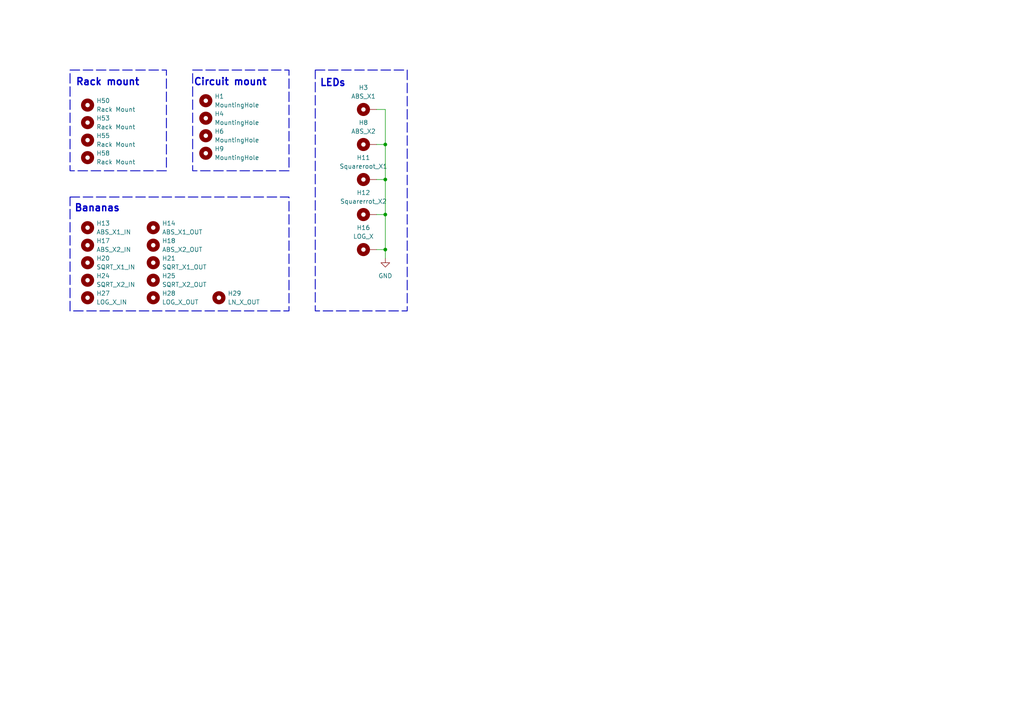
<source format=kicad_sch>
(kicad_sch (version 20231120) (generator "eeschema") (generator_version "8.0")
  (paper "A4")
  (title_block (title "Math_Module_FRONTPLATE") (date "2025-02-02") (rev "1") (company "Saal 2025"))
  (lib_symbols
    (symbol "Mechanical:MountingHole" (pin_names (offset 1.016)) (exclude_from_sim yes) (in_bom no)
      (property "Reference" "H" (at 0 5.08 0))
      (property "Value" "MountingHole" (at 0 3.175 0))
      (symbol "MountingHole_0_1"
        (circle (center 0 0) (radius 1.27) (stroke (width 1.27)))
      )
    )
    (symbol "Mechanical:MountingHole_Pad" (pin_numbers hide) (pin_names (offset 1.016) hide) (exclude_from_sim yes) (in_bom no)
      (property "Reference" "H" (at 0 6.35 0))
      (property "Value" "MountingHole_Pad" (at 0 4.445 0))
      (symbol "MountingHole_Pad_0_1"
        (circle (center 0 1.27) (radius 1.27) (stroke (width 1.27)))
      )
      (symbol "MountingHole_Pad_1_1"
        (pin input line (at 0 -2.54 90) (length 2.54) (name "1") (number "1"))
      )
    )
    (symbol "power:GND" (power) (pin_numbers hide) (pin_names (offset 0) hide)
      (property "Value" "GND" (at 0 -3.81 0))
      (symbol "GND_0_1"
        (polyline (pts (xy 0 0) (xy 0 -1.27) (xy 1.27 -1.27) (xy 0 -2.54) (xy -1.27 -1.27) (xy 0 -1.27)))
      )
      (symbol "GND_1_1"
        (pin power_in line (at 0 0 270) (length 0) (name "~") (number "1"))
      )
    )
  )
  (junction (at 111.76 72.39))
  (junction (at 111.76 62.23))
  (junction (at 111.76 52.07))
  (junction (at 111.76 41.91))
  (wire (pts (xy 111.76 72.39) (xy 111.76 74.93)))
  (wire (pts (xy 111.76 62.23) (xy 111.76 72.39)))
  (wire (pts (xy 111.76 41.91) (xy 109.22 41.91)))
  (wire (pts (xy 111.76 52.07) (xy 111.76 62.23)))
  (wire (pts (xy 111.76 62.23) (xy 109.22 62.23)))
  (wire (pts (xy 111.76 52.07) (xy 109.22 52.07)))
  (wire (pts (xy 111.76 72.39) (xy 109.22 72.39)))
  (wire (pts (xy 111.76 31.75) (xy 111.76 41.91)))
  (wire (pts (xy 111.76 41.91) (xy 111.76 52.07)))
  (wire (pts (xy 111.76 31.75) (xy 109.22 31.75)))
  (rectangle (start 91.44 20.32) (end 118.11 90.17) (stroke (width 0.254) (type dash)))
  (rectangle (start 20.32 57.15) (end 83.82 90.17) (stroke (width 0.254) (type dash)))
  (rectangle (start 55.88 20.32) (end 83.82 49.53) (stroke (width 0.254) (type dash)))
  (rectangle (start 20.32 20.32) (end 48.26 49.53) (stroke (width 0.254) (type dash)))
  (text "Rack mount" (at 31.242 23.876 0) (effects (font (size 2.032 2.032) (thickness 0.4064) (bold yes))))
  (text "Circuit mount" (at 66.802 23.876 0) (effects (font (size 2.032 2.032) (thickness 0.4064) (bold yes))))
  (text "Bananas" (at 28.194 60.452 0) (effects (font (size 2.032 2.032) (thickness 0.4064) (bold yes))))
  (text "LEDs" (at 96.52 24.13 0) (effects (font (size 2.032 2.032) (thickness 0.4064) (bold yes))))
  (symbol (lib_id "Mechanical:MountingHole") (at 25.4 40.64 0) (unit 1) (exclude_from_sim yes) (in_bom no)
    (property "Reference" "H55" (at 27.94 39.3699 0) (effects (justify left)))
    (property "Value" "Rack Mount" (at 27.94 41.9099 0) (effects (justify left)))
    (property "Footprint" "analog_computing:3.2x7mm_Mounting_Slot" (effects (hide yes)))
    (property "Description" "Mounting Hole without connection" (effects (hide yes)))
  )
  (symbol (lib_id "Mechanical:MountingHole") (at 63.5 86.36 0) (unit 1) (exclude_from_sim yes) (in_bom no)
    (property "Reference" "H29" (at 66.04 85.0899 0) (effects (justify left)))
    (property "Value" "LN_X_OUT" (at 66.04 87.6299 0) (effects (justify left)))
    (property "Footprint" "MountingHole:MountingHole_6mm" (effects (hide yes)))
    (property "Description" "Mounting Hole without connection" (effects (hide yes)))
  )
  (symbol (lib_id "Mechanical:MountingHole") (at 44.45 76.2 0) (unit 1) (exclude_from_sim yes) (in_bom no)
    (property "Reference" "H21" (at 46.99 74.9299 0) (effects (justify left)))
    (property "Value" "SQRT_X1_OUT" (at 46.99 77.4699 0) (effects (justify left)))
    (property "Footprint" "MountingHole:MountingHole_6mm" (effects (hide yes)))
    (property "Description" "Mounting Hole without connection" (effects (hide yes)))
  )
  (symbol (lib_id "Mechanical:MountingHole") (at 59.69 29.21 0) (unit 1) (exclude_from_sim yes) (in_bom no)
    (property "Reference" "H1" (at 62.23 27.9399 0) (effects (justify left)))
    (property "Value" "MountingHole" (at 62.23 30.4799 0) (effects (justify left)))
    (property "Footprint" "MountingHole:MountingHole_3.2mm_M3" (effects (hide yes)))
    (property "Description" "Mounting Hole without connection" (effects (hide yes)))
  )
  (symbol (lib_id "Mechanical:MountingHole") (at 59.69 39.37 0) (unit 1) (exclude_from_sim yes) (in_bom no)
    (property "Reference" "H6" (at 62.23 38.0999 0) (effects (justify left)))
    (property "Value" "MountingHole" (at 62.23 40.6399 0) (effects (justify left)))
    (property "Footprint" "MountingHole:MountingHole_3.2mm_M3" (effects (hide yes)))
    (property "Description" "Mounting Hole without connection" (effects (hide yes)))
  )
  (symbol (lib_id "Mechanical:MountingHole_Pad") (at 106.68 52.07 90) (unit 1) (exclude_from_sim yes) (in_bom no)
    (property "Reference" "H11" (at 105.41 45.72 90))
    (property "Value" "Squareroot_X1" (at 105.41 48.26 90))
    (property "Footprint" "MountingHole:MountingHole_3.2mm_M3" (effects (hide yes)))
    (property "Description" "Mounting Hole with connection" (effects (hide yes)))
  )
  (symbol (lib_id "Mechanical:MountingHole") (at 44.45 71.12 0) (unit 1) (exclude_from_sim yes) (in_bom no)
    (property "Reference" "H18" (at 46.99 69.8499 0) (effects (justify left)))
    (property "Value" "ABS_X2_OUT" (at 46.99 72.3899 0) (effects (justify left)))
    (property "Footprint" "MountingHole:MountingHole_6mm" (effects (hide yes)))
    (property "Description" "Mounting Hole without connection" (effects (hide yes)))
  )
  (symbol (lib_id "Mechanical:MountingHole") (at 44.45 86.36 0) (unit 1) (exclude_from_sim yes) (in_bom no)
    (property "Reference" "H28" (at 46.99 85.0899 0) (effects (justify left)))
    (property "Value" "LOG_X_OUT" (at 46.99 87.6299 0) (effects (justify left)))
    (property "Footprint" "MountingHole:MountingHole_6mm" (effects (hide yes)))
    (property "Description" "Mounting Hole without connection" (effects (hide yes)))
  )
  (symbol (lib_id "Mechanical:MountingHole_Pad") (at 106.68 41.91 90) (unit 1) (exclude_from_sim yes) (in_bom no)
    (property "Reference" "H8" (at 105.41 35.56 90))
    (property "Value" "ABS_X2" (at 105.41 38.1 90))
    (property "Footprint" "MountingHole:MountingHole_3.2mm_M3" (effects (hide yes)))
    (property "Description" "Mounting Hole with connection" (effects (hide yes)))
  )
  (symbol (lib_id "Mechanical:MountingHole") (at 25.4 66.04 0) (unit 1) (exclude_from_sim yes) (in_bom no)
    (property "Reference" "H13" (at 27.94 64.7699 0) (effects (justify left)))
    (property "Value" "ABS_X1_IN" (at 27.94 67.3099 0) (effects (justify left)))
    (property "Footprint" "MountingHole:MountingHole_6mm" (effects (hide yes)))
    (property "Description" "Mounting Hole without connection" (effects (hide yes)))
  )
  (symbol (lib_id "Mechanical:MountingHole") (at 59.69 34.29 0) (unit 1) (exclude_from_sim yes) (in_bom no)
    (property "Reference" "H4" (at 62.23 33.0199 0) (effects (justify left)))
    (property "Value" "MountingHole" (at 62.23 35.5599 0) (effects (justify left)))
    (property "Footprint" "MountingHole:MountingHole_3.2mm_M3" (effects (hide yes)))
    (property "Description" "Mounting Hole without connection" (effects (hide yes)))
  )
  (symbol (lib_id "Mechanical:MountingHole") (at 25.4 86.36 0) (unit 1) (exclude_from_sim yes) (in_bom no)
    (property "Reference" "H27" (at 27.94 85.0899 0) (effects (justify left)))
    (property "Value" "LOG_X_IN" (at 27.94 87.6299 0) (effects (justify left)))
    (property "Footprint" "MountingHole:MountingHole_6mm" (effects (hide yes)))
    (property "Description" "Mounting Hole without connection" (effects (hide yes)))
  )
  (symbol (lib_id "Mechanical:MountingHole_Pad") (at 106.68 62.23 90) (unit 1) (exclude_from_sim yes) (in_bom no)
    (property "Reference" "H12" (at 105.41 55.88 90))
    (property "Value" "Squarerrot_X2" (at 105.41 58.42 90))
    (property "Footprint" "MountingHole:MountingHole_3.2mm_M3" (effects (hide yes)))
    (property "Description" "Mounting Hole with connection" (effects (hide yes)))
  )
  (symbol (lib_id "power:GND") (at 111.76 74.93 0) (unit 1)
    (property "Reference" "#PWR01" (effects (hide yes)))
    (property "Value" "GND" (at 111.76 80.01 0))
    (property "Description" "Power symbol creates a global label with name \"GND\" , ground" (effects (hide yes)))
  )
  (symbol (lib_id "Mechanical:MountingHole") (at 44.45 66.04 0) (unit 1) (exclude_from_sim yes) (in_bom no)
    (property "Reference" "H14" (at 46.99 64.7699 0) (effects (justify left)))
    (property "Value" "ABS_X1_OUT" (at 46.99 67.3099 0) (effects (justify left)))
    (property "Footprint" "MountingHole:MountingHole_6mm" (effects (hide yes)))
    (property "Description" "Mounting Hole without connection" (effects (hide yes)))
  )
  (symbol (lib_id "Mechanical:MountingHole_Pad") (at 106.68 31.75 90) (unit 1) (exclude_from_sim yes) (in_bom no)
    (property "Reference" "H3" (at 105.41 25.4 90))
    (property "Value" "ABS_X1" (at 105.41 27.94 90))
    (property "Footprint" "MountingHole:MountingHole_3.2mm_M3" (effects (hide yes)))
    (property "Description" "Mounting Hole with connection" (effects (hide yes)))
  )
  (symbol (lib_id "Mechanical:MountingHole") (at 25.4 35.56 0) (unit 1) (exclude_from_sim yes) (in_bom no)
    (property "Reference" "H53" (at 27.94 34.2899 0) (effects (justify left)))
    (property "Value" "Rack Mount" (at 27.94 36.8299 0) (effects (justify left)))
    (property "Footprint" "analog_computing:3.2x7mm_Mounting_Slot" (effects (hide yes)))
    (property "Description" "Mounting Hole without connection" (effects (hide yes)))
  )
  (symbol (lib_id "Mechanical:MountingHole") (at 59.69 44.45 0) (unit 1) (exclude_from_sim yes) (in_bom no)
    (property "Reference" "H9" (at 62.23 43.1799 0) (effects (justify left)))
    (property "Value" "MountingHole" (at 62.23 45.7199 0) (effects (justify left)))
    (property "Footprint" "MountingHole:MountingHole_3.2mm_M3" (effects (hide yes)))
    (property "Description" "Mounting Hole without connection" (effects (hide yes)))
  )
  (symbol (lib_id "Mechanical:MountingHole_Pad") (at 106.68 72.39 90) (unit 1) (exclude_from_sim yes) (in_bom no)
    (property "Reference" "H16" (at 105.41 66.04 90))
    (property "Value" "LOG_X" (at 105.41 68.58 90))
    (property "Footprint" "MountingHole:MountingHole_3.2mm_M3" (effects (hide yes)))
    (property "Description" "Mounting Hole with connection" (effects (hide yes)))
  )
  (symbol (lib_id "Mechanical:MountingHole") (at 25.4 45.72 0) (unit 1) (exclude_from_sim yes) (in_bom no)
    (property "Reference" "H58" (at 27.94 44.4499 0) (effects (justify left)))
    (property "Value" "Rack Mount" (at 27.94 46.9899 0) (effects (justify left)))
    (property "Footprint" "analog_computing:3.2x7mm_Mounting_Slot" (effects (hide yes)))
    (property "Description" "Mounting Hole without connection" (effects (hide yes)))
  )
  (symbol (lib_id "Mechanical:MountingHole") (at 25.4 76.2 0) (unit 1) (exclude_from_sim yes) (in_bom no)
    (property "Reference" "H20" (at 27.94 74.9299 0) (effects (justify left)))
    (property "Value" "SQRT_X1_IN" (at 27.94 77.4699 0) (effects (justify left)))
    (property "Footprint" "MountingHole:MountingHole_6mm" (effects (hide yes)))
    (property "Description" "Mounting Hole without connection" (effects (hide yes)))
  )
  (symbol (lib_id "Mechanical:MountingHole") (at 44.45 81.28 0) (unit 1) (exclude_from_sim yes) (in_bom no)
    (property "Reference" "H25" (at 46.99 80.0099 0) (effects (justify left)))
    (property "Value" "SQRT_X2_OUT" (at 46.99 82.5499 0) (effects (justify left)))
    (property "Footprint" "MountingHole:MountingHole_6mm" (effects (hide yes)))
    (property "Description" "Mounting Hole without connection" (effects (hide yes)))
  )
  (symbol (lib_id "Mechanical:MountingHole") (at 25.4 81.28 0) (unit 1) (exclude_from_sim yes) (in_bom no)
    (property "Reference" "H24" (at 27.94 80.0099 0) (effects (justify left)))
    (property "Value" "SQRT_X2_IN" (at 27.94 82.5499 0) (effects (justify left)))
    (property "Footprint" "MountingHole:MountingHole_6mm" (effects (hide yes)))
    (property "Description" "Mounting Hole without connection" (effects (hide yes)))
  )
  (symbol (lib_id "Mechanical:MountingHole") (at 25.4 30.48 0) (unit 1) (exclude_from_sim yes) (in_bom no)
    (property "Reference" "H50" (at 27.94 29.2099 0) (effects (justify left)))
    (property "Value" "Rack Mount" (at 27.94 31.7499 0) (effects (justify left)))
    (property "Footprint" "analog_computing:3.2x7mm_Mounting_Slot" (effects (hide yes)))
    (property "Description" "Mounting Hole without connection" (effects (hide yes)))
  )
  (symbol (lib_id "Mechanical:MountingHole") (at 25.4 71.12 0) (unit 1) (exclude_from_sim yes) (in_bom no)
    (property "Reference" "H17" (at 27.94 69.8499 0) (effects (justify left)))
    (property "Value" "ABS_X2_IN" (at 27.94 72.3899 0) (effects (justify left)))
    (property "Footprint" "MountingHole:MountingHole_6mm" (effects (hide yes)))
    (property "Description" "Mounting Hole without connection" (effects (hide yes)))
  )
)
</source>
